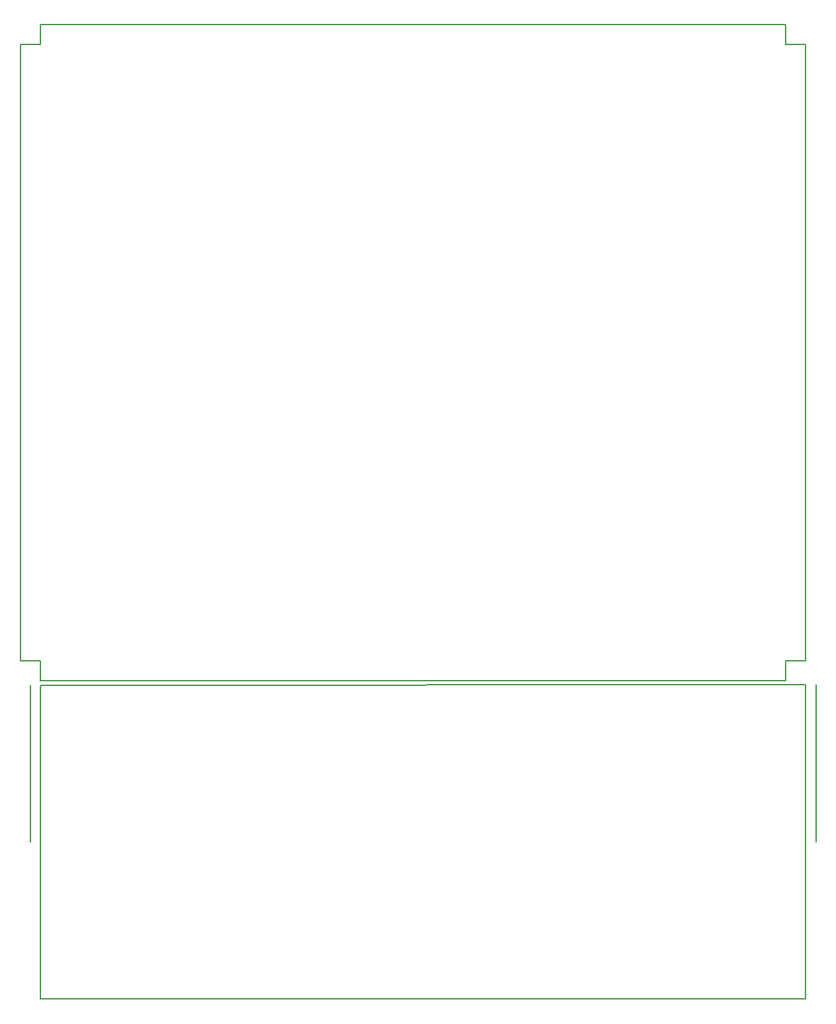
<source format=gbr>
G04 #@! TF.GenerationSoftware,KiCad,Pcbnew,(5.1.5)-3*
G04 #@! TF.CreationDate,2020-07-08T07:19:47+02:00*
G04 #@! TF.ProjectId,SBIO3,5342494f-332e-46b6-9963-61645f706362,rev?*
G04 #@! TF.SameCoordinates,Original*
G04 #@! TF.FileFunction,Other,User*
%FSLAX46Y46*%
G04 Gerber Fmt 4.6, Leading zero omitted, Abs format (unit mm)*
G04 Created by KiCad (PCBNEW (5.1.5)-3) date 2020-07-08 07:19:47*
%MOMM*%
%LPD*%
G04 APERTURE LIST*
%ADD10C,0.150000*%
G04 APERTURE END LIST*
D10*
X174688500Y-131953000D02*
X174688500Y-151955500D01*
X74295000Y-132016500D02*
X74295000Y-152019000D01*
X170815000Y-131445000D02*
X170815000Y-128905000D01*
X75565000Y-131445000D02*
X170815000Y-131445000D01*
X75565000Y-128905000D02*
X75565000Y-131445000D01*
X73025000Y-128905000D02*
X75565000Y-128905000D01*
X73025000Y-55880000D02*
X73025000Y-128905000D01*
X73025000Y-50165000D02*
X73025000Y-55880000D01*
X75565000Y-50165000D02*
X73025000Y-50165000D01*
X75565000Y-47625000D02*
X75565000Y-50165000D01*
X144145000Y-47625000D02*
X75565000Y-47625000D01*
X170815000Y-47625000D02*
X144145000Y-47625000D01*
X170815000Y-50165000D02*
X170815000Y-47625000D01*
X173355000Y-50165000D02*
X170815000Y-50165000D01*
X173355000Y-128905000D02*
X173355000Y-50165000D01*
X170815000Y-128905000D02*
X173355000Y-128905000D01*
X173355000Y-131953000D02*
X173355000Y-172085000D01*
X75566000Y-172020000D02*
X173355000Y-172085000D01*
X75566000Y-132015000D02*
X173355000Y-131953000D01*
X75566000Y-132015000D02*
X75566000Y-172020000D01*
M02*

</source>
